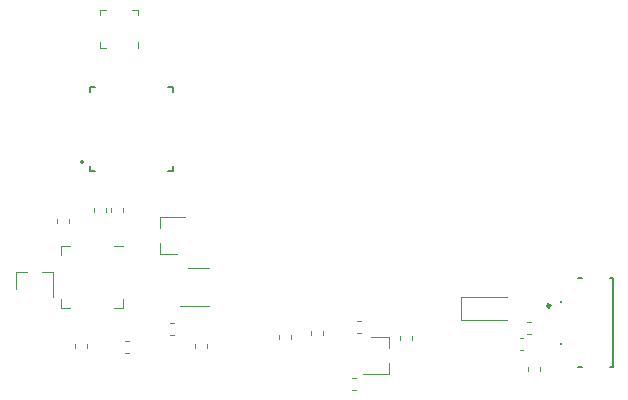
<source format=gbr>
G04 #@! TF.GenerationSoftware,KiCad,Pcbnew,(5.0.1)-3*
G04 #@! TF.CreationDate,2019-11-22T16:36:39-05:00*
G04 #@! TF.ProjectId,SmartWatch,536D61727457617463682E6B69636164,rev?*
G04 #@! TF.SameCoordinates,Original*
G04 #@! TF.FileFunction,Legend,Bot*
G04 #@! TF.FilePolarity,Positive*
%FSLAX46Y46*%
G04 Gerber Fmt 4.6, Leading zero omitted, Abs format (unit mm)*
G04 Created by KiCad (PCBNEW (5.0.1)-3) date 11/22/2019 4:36:39 PM*
%MOMM*%
%LPD*%
G01*
G04 APERTURE LIST*
%ADD10C,0.127000*%
%ADD11C,0.300000*%
%ADD12C,0.120000*%
%ADD13C,0.200000*%
G04 APERTURE END LIST*
D10*
G04 #@! TO.C,J1*
X233306000Y-106486000D02*
X233656000Y-106486000D01*
X233306000Y-113986000D02*
X233656000Y-113986000D01*
X236006000Y-106486000D02*
X236281000Y-106486000D01*
X236281000Y-106486000D02*
X236281000Y-113986000D01*
X236281000Y-113986000D02*
X236006000Y-113986000D01*
X231931000Y-108406000D02*
X231931000Y-108516000D01*
X231931000Y-111956000D02*
X231931000Y-112066000D01*
D11*
X230956000Y-108836000D02*
G75*
G03X230956000Y-108836000I-100000J0D01*
G01*
D12*
G04 #@! TO.C,U10*
X190291400Y-103816000D02*
X189566400Y-103816000D01*
X189566400Y-103816000D02*
X189566400Y-104541000D01*
X194061400Y-109036000D02*
X194786400Y-109036000D01*
X194786400Y-109036000D02*
X194786400Y-108311000D01*
X190291400Y-109036000D02*
X189566400Y-109036000D01*
X189566400Y-109036000D02*
X189566400Y-108311000D01*
X194061400Y-103816000D02*
X194786400Y-103816000D01*
D10*
G04 #@! TO.C,U12*
X191979200Y-96988400D02*
X191979200Y-97428400D01*
X191979200Y-97428400D02*
X192419200Y-97428400D01*
X191979200Y-90768400D02*
X191979200Y-90328400D01*
X191979200Y-90328400D02*
X192419200Y-90328400D01*
X199079200Y-90768400D02*
X199079200Y-90328400D01*
X199079200Y-90328400D02*
X198639200Y-90328400D01*
X199079200Y-96988400D02*
X199079200Y-97428400D01*
X199079200Y-97428400D02*
X198639200Y-97428400D01*
D13*
X191429200Y-96678400D02*
G75*
G03X191429200Y-96678400I-100000J0D01*
G01*
D12*
G04 #@! TO.C,D2*
X223431200Y-110067600D02*
X223431200Y-108067600D01*
X223431200Y-108067600D02*
X227281200Y-108067600D01*
X223431200Y-110067600D02*
X227281200Y-110067600D01*
G04 #@! TO.C,R19*
X199146379Y-110284800D02*
X198820821Y-110284800D01*
X199146379Y-111304800D02*
X198820821Y-111304800D01*
G04 #@! TO.C,C6*
X191772000Y-112054421D02*
X191772000Y-112379979D01*
X190752000Y-112054421D02*
X190752000Y-112379979D01*
G04 #@! TO.C,C7*
X200912000Y-112054421D02*
X200912000Y-112379979D01*
X201932000Y-112054421D02*
X201932000Y-112379979D01*
G04 #@! TO.C,Q2*
X217295000Y-111450000D02*
X217295000Y-112380000D01*
X217295000Y-114610000D02*
X217295000Y-113680000D01*
X217295000Y-114610000D02*
X215135000Y-114610000D01*
X217295000Y-111450000D02*
X215835000Y-111450000D01*
G04 #@! TO.C,Q3*
X197918800Y-104450000D02*
X199378800Y-104450000D01*
X197918800Y-101290000D02*
X200078800Y-101290000D01*
X197918800Y-101290000D02*
X197918800Y-102220000D01*
X197918800Y-104450000D02*
X197918800Y-103520000D01*
G04 #@! TO.C,Q4*
X185719600Y-105970800D02*
X186649600Y-105970800D01*
X188879600Y-105970800D02*
X187949600Y-105970800D01*
X188879600Y-105970800D02*
X188879600Y-108130800D01*
X185719600Y-105970800D02*
X185719600Y-107430800D01*
G04 #@! TO.C,U5*
X202068000Y-108848800D02*
X199618000Y-108848800D01*
X200268000Y-105628800D02*
X202068000Y-105628800D01*
G04 #@! TO.C,R1*
X193397600Y-100873879D02*
X193397600Y-100548321D01*
X192377600Y-100873879D02*
X192377600Y-100548321D01*
G04 #@! TO.C,R2*
X193749200Y-100873879D02*
X193749200Y-100548321D01*
X194769200Y-100873879D02*
X194769200Y-100548321D01*
G04 #@! TO.C,R17*
X229106000Y-114010221D02*
X229106000Y-114335779D01*
X230126000Y-114010221D02*
X230126000Y-114335779D01*
G04 #@! TO.C,R16*
X219305600Y-111394021D02*
X219305600Y-111719579D01*
X218285600Y-111394021D02*
X218285600Y-111719579D01*
G04 #@! TO.C,R15*
X208024000Y-111343221D02*
X208024000Y-111668779D01*
X209044000Y-111343221D02*
X209044000Y-111668779D01*
G04 #@! TO.C,R13*
X214213221Y-114933000D02*
X214538779Y-114933000D01*
X214213221Y-115953000D02*
X214538779Y-115953000D01*
G04 #@! TO.C,R10*
X228386421Y-111554800D02*
X228711979Y-111554800D01*
X228386421Y-112574800D02*
X228711979Y-112574800D01*
G04 #@! TO.C,R9*
X229372379Y-110183200D02*
X229046821Y-110183200D01*
X229372379Y-111203200D02*
X229046821Y-111203200D01*
G04 #@! TO.C,R6*
X195336379Y-111808800D02*
X195010821Y-111808800D01*
X195336379Y-112828800D02*
X195010821Y-112828800D01*
G04 #@! TO.C,R5*
X214919779Y-111127000D02*
X214594221Y-111127000D01*
X214919779Y-110107000D02*
X214594221Y-110107000D01*
G04 #@! TO.C,R7*
X189177200Y-101488021D02*
X189177200Y-101813579D01*
X190197200Y-101488021D02*
X190197200Y-101813579D01*
G04 #@! TO.C,R14*
X210691000Y-110962221D02*
X210691000Y-111287779D01*
X211711000Y-110962221D02*
X211711000Y-111287779D01*
G04 #@! TO.C,U7*
X196072400Y-86529800D02*
X196072400Y-87004800D01*
X192852400Y-83784800D02*
X193327400Y-83784800D01*
X192852400Y-84259800D02*
X192852400Y-83784800D01*
X192852400Y-87004800D02*
X193327400Y-87004800D01*
X192852400Y-86529800D02*
X192852400Y-87004800D01*
X196072400Y-83784800D02*
X195597400Y-83784800D01*
X196072400Y-84259800D02*
X196072400Y-83784800D01*
G04 #@! TD*
M02*

</source>
